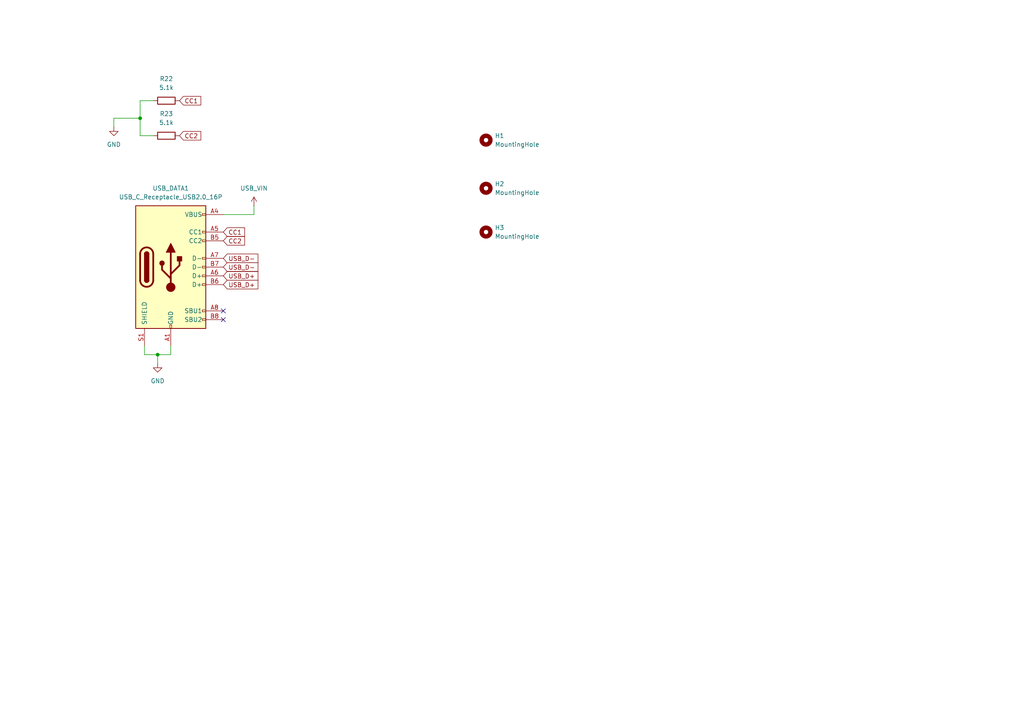
<source format=kicad_sch>
(kicad_sch (version 20231120) (generator "eeschema") (generator_version "8.0")
  (paper "A4")
  (lib_symbols
    (symbol "Connector:USB_C_Receptacle_USB2.0_16P" (pin_names (offset 1.016))
      (property "Reference" "J" (at 0 22.225 0))
      (property "Value" "USB_C_Receptacle_USB2.0_16P" (at 0 19.685 0))
      (symbol "USB_C_Receptacle_USB2.0_16P_0_0"
        (rectangle (start -0.254 -17.78) (end 0.254 -16.764))
        (rectangle (start 10.16 -14.986) (end 9.144 -15.494))
        (rectangle (start 10.16 -12.446) (end 9.144 -12.954))
        (rectangle (start 10.16 -4.826) (end 9.144 -5.334))
        (rectangle (start 10.16 -2.286) (end 9.144 -2.794))
        (rectangle (start 10.16 0.254) (end 9.144 -0.254))
        (rectangle (start 10.16 2.794) (end 9.144 2.286))
        (rectangle (start 10.16 7.874) (end 9.144 7.366))
        (rectangle (start 10.16 10.414) (end 9.144 9.906))
        (rectangle (start 10.16 15.494) (end 9.144 14.986))
      )
      (symbol "USB_C_Receptacle_USB2.0_16P_0_1"
        (rectangle (start -10.16 17.78) (end 10.16 -17.78) (stroke (width 0.254)) (fill (type background)))
        (arc (start -8.89 -3.81) (mid -6.985 -5.7067) (end -5.08 -3.81) (stroke (width 0.508)))
        (arc (start -7.62 -3.81) (mid -6.985 -4.4423) (end -6.35 -3.81) (stroke (width 0.254)))
        (arc (start -7.62 -3.81) (mid -6.985 -4.4423) (end -6.35 -3.81) (stroke (width 0.254)) (fill (type outline)))
        (rectangle (start -7.62 -3.81) (end -6.35 3.81) (stroke (width 0.254)) (fill (type outline)))
        (arc (start -6.35 3.81) (mid -6.985 4.4423) (end -7.62 3.81) (stroke (width 0.254)))
        (arc (start -6.35 3.81) (mid -6.985 4.4423) (end -7.62 3.81) (stroke (width 0.254)) (fill (type outline)))
        (arc (start -5.08 3.81) (mid -6.985 5.7067) (end -8.89 3.81) (stroke (width 0.508)))
        (circle (center -2.54 1.143) (radius 0.635) (stroke (width 0.254)) (fill (type outline)))
        (circle (center 0 -5.842) (radius 1.27) (fill (type outline)))
        (polyline (pts (xy -8.89 -3.81) (xy -8.89 3.81)) (stroke (width 0.508)))
        (polyline (pts (xy -5.08 3.81) (xy -5.08 -3.81)) (stroke (width 0.508)))
        (polyline (pts (xy 0 -5.842) (xy 0 4.318)) (stroke (width 0.508)))
        (polyline (pts (xy 0 -3.302) (xy -2.54 -0.762) (xy -2.54 0.508)) (stroke (width 0.508)))
        (polyline (pts (xy 0 -2.032) (xy 2.54 0.508) (xy 2.54 1.778)) (stroke (width 0.508)))
        (polyline (pts (xy -1.27 4.318) (xy 0 6.858) (xy 1.27 4.318) (xy -1.27 4.318)) (stroke (width 0.254)) (fill (type outline)))
        (rectangle (start 1.905 1.778) (end 3.175 3.048) (stroke (width 0.254)) (fill (type outline)))
      )
      (symbol "USB_C_Receptacle_USB2.0_16P_1_1"
        (pin passive line (at 0 -22.86 90) (length 5.08) (name "GND") (number "A1"))
        (pin passive line (at 0 -22.86 90) (length 5.08) hide (name "GND") (number "A12"))
        (pin passive line (at 15.24 15.24 180) (length 5.08) (name "VBUS") (number "A4"))
        (pin bidirectional line (at 15.24 10.16 180) (length 5.08) (name "CC1") (number "A5"))
        (pin bidirectional line (at 15.24 -2.54 180) (length 5.08) (name "D+") (number "A6"))
        (pin bidirectional line (at 15.24 2.54 180) (length 5.08) (name "D-") (number "A7"))
        (pin bidirectional line (at 15.24 -12.7 180) (length 5.08) (name "SBU1") (number "A8"))
        (pin passive line (at 15.24 15.24 180) (length 5.08) hide (name "VBUS") (number "A9"))
        (pin passive line (at 0 -22.86 90) (length 5.08) hide (name "GND") (number "B1"))
        (pin passive line (at 0 -22.86 90) (length 5.08) hide (name "GND") (number "B12"))
        (pin passive line (at 15.24 15.24 180) (length 5.08) hide (name "VBUS") (number "B4"))
        (pin bidirectional line (at 15.24 7.62 180) (length 5.08) (name "CC2") (number "B5"))
        (pin bidirectional line (at 15.24 -5.08 180) (length 5.08) (name "D+") (number "B6"))
        (pin bidirectional line (at 15.24 0 180) (length 5.08) (name "D-") (number "B7"))
        (pin bidirectional line (at 15.24 -15.24 180) (length 5.08) (name "SBU2") (number "B8"))
        (pin passive line (at 15.24 15.24 180) (length 5.08) hide (name "VBUS") (number "B9"))
        (pin passive line (at -7.62 -22.86 90) (length 5.08) (name "SHIELD") (number "S1"))
      )
    )
    (symbol "Device:R" (pin_numbers hide) (pin_names (offset 0))
      (property "Reference" "R" (at 2.032 0 90))
      (property "Value" "R" (at 0 0 90))
      (symbol "R_0_1"
        (rectangle (start -1.016 -2.54) (end 1.016 2.54) (stroke (width 0.254)))
      )
      (symbol "R_1_1"
        (pin passive line (at 0 3.81 270) (length 1.27) (name "~") (number "1"))
        (pin passive line (at 0 -3.81 90) (length 1.27) (name "~") (number "2"))
      )
    )
    (symbol "Mechanical:MountingHole" (pin_names (offset 1.016)) (exclude_from_sim yes) (in_bom no)
      (property "Reference" "H" (at 0 5.08 0))
      (property "Value" "MountingHole" (at 0 3.175 0))
      (symbol "MountingHole_0_1"
        (circle (center 0 0) (radius 1.27) (stroke (width 1.27)))
      )
    )
    (symbol "power:GND" (power) (pin_numbers hide) (pin_names (offset 0) hide)
      (property "Value" "GND" (at 0 -3.81 0))
      (symbol "GND_0_1"
        (polyline (pts (xy 0 0) (xy 0 -1.27) (xy 1.27 -1.27) (xy 0 -2.54) (xy -1.27 -1.27) (xy 0 -1.27)))
      )
      (symbol "GND_1_1"
        (pin power_in line (at 0 0 270) (length 0) (name "~") (number "1"))
      )
    )
    (symbol "power:VCC" (power) (pin_numbers hide) (pin_names (offset 0) hide)
      (property "Value" "VCC" (at 0 3.556 0))
      (symbol "VCC_0_1"
        (polyline (pts (xy -0.762 1.27) (xy 0 2.54)))
        (polyline (pts (xy 0 0) (xy 0 2.54)))
        (polyline (pts (xy 0 2.54) (xy 0.762 1.27)))
      )
      (symbol "VCC_1_1"
        (pin power_in line (at 0 0 90) (length 0) (name "~") (number "1"))
      )
    )
  )
  (junction (at 40.64 34.29))
  (junction (at 45.72 102.87))
  (no_connect (at 64.77 92.71))
  (no_connect (at 64.77 90.17))
  (wire (pts (xy 64.77 62.23) (xy 73.66 62.23)))
  (wire (pts (xy 40.64 39.37) (xy 44.45 39.37)))
  (wire (pts (xy 73.66 62.23) (xy 73.66 59.69)))
  (wire (pts (xy 49.53 102.87) (xy 45.72 102.87)))
  (wire (pts (xy 41.91 102.87) (xy 41.91 100.33)))
  (wire (pts (xy 40.64 29.21) (xy 40.64 34.29)))
  (wire (pts (xy 45.72 102.87) (xy 41.91 102.87)))
  (wire (pts (xy 44.45 29.21) (xy 40.64 29.21)))
  (wire (pts (xy 33.02 34.29) (xy 33.02 36.83)))
  (wire (pts (xy 45.72 102.87) (xy 45.72 105.41)))
  (wire (pts (xy 40.64 34.29) (xy 33.02 34.29)))
  (wire (pts (xy 40.64 34.29) (xy 40.64 39.37)))
  (wire (pts (xy 49.53 100.33) (xy 49.53 102.87)))
  (text "USB PROGRAMMING:\nDONE\n" (at 9.652 -3.048 0) (effects (font (size 1.27 1.27))))
  (global_label "CC2" (shape input) (at 52.07 39.37 0) (property "Intersheetrefs" "${INTERSHEET_REFS}" (effects (hide yes))))
  (global_label "USB_D+" (shape input) (at 64.77 80.01 0) (property "Intersheetrefs" "${INTERSHEET_REFS}" (effects (hide yes))))
  (global_label "CC2" (shape input) (at 64.77 69.85 0) (property "Intersheetrefs" "${INTERSHEET_REFS}" (effects (hide yes))))
  (global_label "USB_D+" (shape input) (at 64.77 82.55 0) (property "Intersheetrefs" "${INTERSHEET_REFS}" (effects (hide yes))))
  (global_label "USB_D-" (shape input) (at 64.77 77.47 0) (property "Intersheetrefs" "${INTERSHEET_REFS}" (effects (hide yes))))
  (global_label "CC1" (shape input) (at 64.77 67.31 0) (property "Intersheetrefs" "${INTERSHEET_REFS}" (effects (hide yes))))
  (global_label "CC1" (shape input) (at 52.07 29.21 0) (property "Intersheetrefs" "${INTERSHEET_REFS}" (effects (hide yes))))
  (global_label "USB_D-" (shape input) (at 64.77 74.93 0) (property "Intersheetrefs" "${INTERSHEET_REFS}" (effects (hide yes))))
  (symbol (lib_id "Device:R") (at 48.26 29.21 90) (unit 1)
    (property "Reference" "R22" (at 48.26 22.86 90))
    (property "Value" "5.1k" (at 48.26 25.4 90))
    (property "Footprint" "Resistor_SMD:R_0603_1608Metric" (effects (hide yes)))
    (property "Description" "Resistor" (effects (hide yes)))
  )
  (symbol (lib_id "Mechanical:MountingHole") (at 140.97 67.31 0) (unit 1) (exclude_from_sim yes) (in_bom no)
    (property "Reference" "H3" (at 143.51 66.0399 0) (effects (justify left)))
    (property "Value" "MountingHole" (at 143.51 68.5799 0) (effects (justify left)))
    (property "Footprint" "MountingHole:MountingHole_2.2mm_M2" (effects (hide yes)))
    (property "Description" "Mounting Hole without connection" (effects (hide yes)))
  )
  (symbol (lib_id "power:VCC") (at 73.66 59.69 0) (unit 1)
    (property "Reference" "#PWR074" (effects (hide yes)))
    (property "Value" "USB_VIN" (at 73.66 54.61 0))
    (property "Description" "Power symbol creates a global label with name \"VCC\"" (effects (hide yes)))
  )
  (symbol (lib_id "Mechanical:MountingHole") (at 140.97 40.64 0) (unit 1) (exclude_from_sim yes) (in_bom no)
    (property "Reference" "H1" (at 143.51 39.3699 0) (effects (justify left)))
    (property "Value" "MountingHole" (at 143.51 41.9099 0) (effects (justify left)))
    (property "Footprint" "MountingHole:MountingHole_2.2mm_M2" (effects (hide yes)))
    (property "Description" "Mounting Hole without connection" (effects (hide yes)))
  )
  (symbol (lib_id "Mechanical:MountingHole") (at 140.97 54.61 0) (unit 1) (exclude_from_sim yes) (in_bom no)
    (property "Reference" "H2" (at 143.51 53.3399 0) (effects (justify left)))
    (property "Value" "MountingHole" (at 143.51 55.8799 0) (effects (justify left)))
    (property "Footprint" "MountingHole:MountingHole_2.2mm_M2" (effects (hide yes)))
    (property "Description" "Mounting Hole without connection" (effects (hide yes)))
  )
  (symbol (lib_id "power:GND") (at 45.72 105.41 0) (unit 1)
    (property "Reference" "#PWR072" (effects (hide yes)))
    (property "Value" "GND" (at 45.72 110.49 0))
    (property "Description" "Power symbol creates a global label with name \"GND\" , ground" (effects (hide yes)))
  )
  (symbol (lib_id "Connector:USB_C_Receptacle_USB2.0_16P") (at 49.53 77.47 0) (unit 1)
    (property "Reference" "USB_DATA1" (at 49.53 54.61 0))
    (property "Value" "USB_C_Receptacle_USB2.0_16P" (at 49.53 57.15 0))
    (property "Footprint" "Connector_USB:USB_C_Receptacle_HRO_TYPE-C-31-M-12" (effects (hide yes)))
    (property "Datasheet" "https://www.usb.org/sites/default/files/documents/usb_type-c.zip" (effects (hide yes)))
    (property "Description" "USB 2.0-only 16P Type-C Receptacle connector" (effects (hide yes)))
  )
  (symbol (lib_id "Device:R") (at 48.26 39.37 90) (unit 1)
    (property "Reference" "R23" (at 48.26 33.02 90))
    (property "Value" "5.1k" (at 48.26 35.56 90))
    (property "Footprint" "Resistor_SMD:R_0603_1608Metric" (effects (hide yes)))
    (property "Description" "Resistor" (effects (hide yes)))
  )
  (symbol (lib_id "power:GND") (at 33.02 36.83 0) (unit 1)
    (property "Reference" "#PWR075" (effects (hide yes)))
    (property "Value" "GND" (at 33.02 41.91 0))
    (property "Description" "Power symbol creates a global label with name \"GND\" , ground" (effects (hide yes)))
  )
)
</source>
